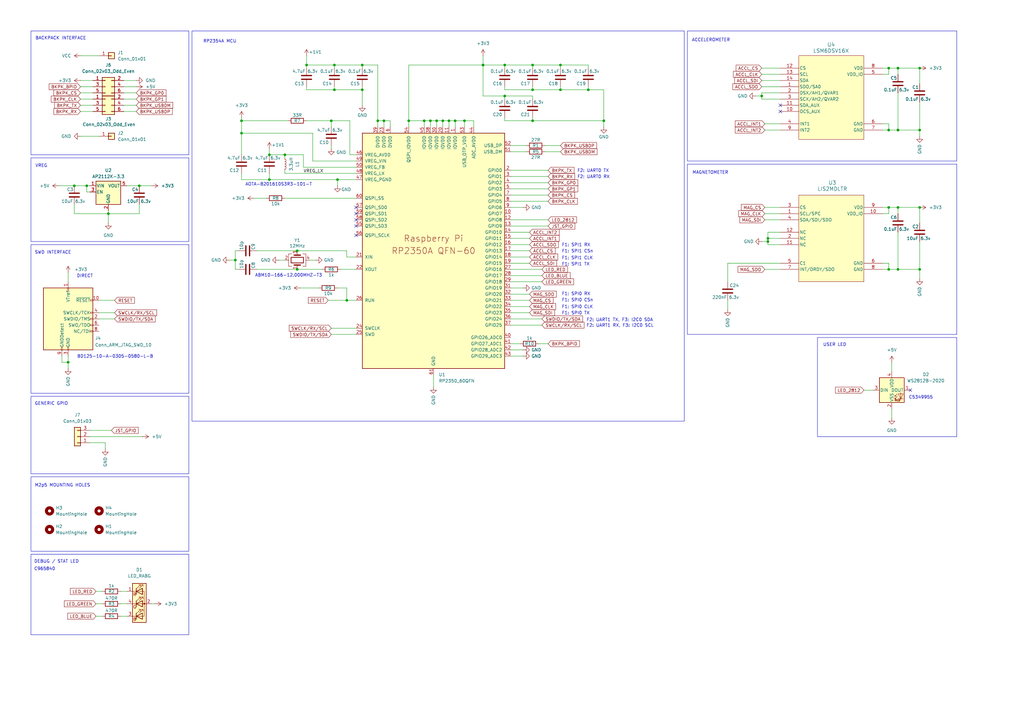
<source format=kicad_sch>
(kicad_sch (version 20250114) (generator "eeschema") (generator_version "9.0")
  (paper "A3")
  (rectangle (start 12.7 162.56) (end 77.47 194.31))
  (rectangle (start 12.7 100.33) (end 77.47 161.29))
  (rectangle (start 281.94 67.31) (end 392.43 137.16))
  (rectangle (start 12.7 227.33) (end 77.47 260.35))
  (rectangle (start 78.74 12.7) (end 280.67 172.72))
  (rectangle (start 12.7 195.58) (end 77.47 226.06))
  (rectangle (start 12.7 12.7) (end 77.47 63.5))
  (rectangle (start 335.28 138.43) (end 392.43 179.07))
  (rectangle (start 281.94 12.7) (end 392.43 66.04))
  (rectangle (start 12.7 64.77) (end 77.47 99.06))
  (text "C965840" (at 13.97 233.426 0) (effects (font (size 1.27 1.27)) (justify left)))
  (text "F1: SPI0 CSn" (at 230.378 123.19 0) (effects (font (size 1.27 1.27)) (justify left)))
  (text "RP2354A MCU" (at 83.312 17.018 0) (effects (font (size 1.27 1.27)) (justify left)))
  (text "C5349955" (at 377.698 163.068 0) (effects (font (size 1.27 1.27))))
  (text "M2p5 MOUNTING HOLES" (at 14.224 199.136 0) (effects (font (size 1.27 1.27)) (justify left)))
  (text "F2: UART1 RX, F3: I2C0 SCL" (at 240.538 133.604 0) (effects (font (size 1.27 1.27)) (justify left)))
  (text "F1: SPI1 CSn" (at 230.378 103.124 0) (effects (font (size 1.27 1.27)) (justify left)))
  (text "BD125-10-A-0305-0580-L-B" (at 47.244 146.304 0) (effects (font (size 1.27 1.27))))
  (text "GENERIC GPIO" (at 14.224 165.608 0) (effects (font (size 1.27 1.27)) (justify left)))
  (text "USER LED" (at 337.566 141.478 0) (effects (font (size 1.27 1.27)) (justify left)))
  (text "MAGNETOMETER" (at 283.972 70.866 0) (effects (font (size 1.27 1.27)) (justify left)))
  (text "F1: SPI1 TX" (at 230.378 108.458 0) (effects (font (size 1.27 1.27)) (justify left)))
  (text "DIRECT" (at 34.798 113.284 0) (effects (font (size 1.27 1.27))))
  (text "F1: SPI0 RX" (at 230.378 120.65 0) (effects (font (size 1.27 1.27)) (justify left)))
  (text "VREG" (at 14.478 68.072 0) (effects (font (size 1.27 1.27)) (justify left)))
  (text "F1: SPI0 CLK" (at 230.378 125.984 0) (effects (font (size 1.27 1.27)) (justify left)))
  (text "DEBUG / STAT LED" (at 13.97 230.378 0) (effects (font (size 1.27 1.27)) (justify left)))
  (text "F1: SPI1 RX" (at 230.378 100.584 0) (effects (font (size 1.27 1.27)) (justify left)))
  (text "F2: UART0 RX" (at 236.728 72.644 0) (effects (font (size 1.27 1.27)) (justify left)))
  (text "SWD INTERFACE" (at 14.224 103.632 0) (effects (font (size 1.27 1.27)) (justify left)))
  (text "F2: UART0 TX" (at 236.728 70.104 0) (effects (font (size 1.27 1.27)) (justify left)))
  (text "F1: SPI0 TX" (at 230.378 128.524 0) (effects (font (size 1.27 1.27)) (justify left)))
  (text "BACKPACK INTERFACE" (at 14.478 15.748 0) (effects (font (size 1.27 1.27)) (justify left)))
  (text "F1: SPI1 CLK" (at 230.378 105.918 0) (effects (font (size 1.27 1.27)) (justify left)))
  (text "ABM10-166-12.000MHZ-T3" (at 118.364 113.03 0) (effects (font (size 1.27 1.27))))
  (text "AOTA-B201610S3R3-101-T" (at 114.3 75.692 0) (effects (font (size 1.27 1.27))))
  (text "F2: UART1 TX, F3: I2C0 SDA" (at 240.538 131.318 0) (effects (font (size 1.27 1.27)) (justify left)))
  (text "ACCELEROMETER" (at 283.718 16.51 0) (effects (font (size 1.27 1.27)) (justify left)))
  (junction (at 157.48 49.53))
  (junction (at 368.3 85.09))
  (junction (at 44.45 87.63))
  (junction (at 142.24 123.19))
  (junction (at 116.84 63.5))
  (junction (at 148.59 36.83))
  (junction (at 148.59 26.67))
  (junction (at 96.52 106.68))
  (junction (at 137.16 36.83))
  (junction (at 176.53 49.53))
  (junction (at 218.44 26.67))
  (junction (at 137.16 26.67))
  (junction (at 167.64 49.53))
  (junction (at 312.42 39.37))
  (junction (at 368.3 110.49))
  (junction (at 368.3 27.94))
  (junction (at 125.73 26.67))
  (junction (at 35.56 76.2))
  (junction (at 364.49 110.49))
  (junction (at 241.3 36.83))
  (junction (at 377.19 53.34))
  (junction (at 138.43 73.66))
  (junction (at 110.49 63.5))
  (junction (at 27.94 148.59))
  (junction (at 368.3 53.34))
  (junction (at 154.94 49.53))
  (junction (at 121.92 110.49))
  (junction (at 184.15 49.53))
  (junction (at 110.49 73.66))
  (junction (at 190.5 49.53))
  (junction (at 207.01 39.37))
  (junction (at 207.01 26.67))
  (junction (at 377.19 85.09))
  (junction (at 229.87 36.83))
  (junction (at 173.99 49.53))
  (junction (at 377.19 27.94))
  (junction (at 377.19 110.49))
  (junction (at 135.89 49.53))
  (junction (at 99.06 49.53))
  (junction (at 198.12 26.67))
  (junction (at 218.44 49.53))
  (junction (at 218.44 36.83))
  (junction (at 229.87 26.67))
  (junction (at 247.65 49.53))
  (junction (at 121.92 102.87))
  (junction (at 30.48 76.2))
  (junction (at 364.49 85.09))
  (junction (at 364.49 53.34))
  (junction (at 186.69 49.53))
  (junction (at 364.49 27.94))
  (junction (at 57.15 76.2))
  (junction (at 314.96 97.79))
  (junction (at 314.96 99.06))
  (junction (at 179.07 49.53))
  (junction (at 181.61 49.53))
  (junction (at 99.06 54.61))
  (no_connect (at 146.05 96.52))
  (no_connect (at 146.05 87.63))
  (no_connect (at 146.05 85.09))
  (no_connect (at 146.05 90.17))
  (no_connect (at 320.04 43.18))
  (no_connect (at 373.38 160.02))
  (no_connect (at 320.04 45.72))
  (no_connect (at 146.05 92.71))
  (wire (pts (xy 209.55 85.09) (xy 214.63 85.09)))
  (wire (pts (xy 209.55 113.03) (xy 222.25 113.03)))
  (wire (pts (xy 99.06 49.53) (xy 99.06 54.61)))
  (wire (pts (xy 33.02 38.1) (xy 38.1 38.1)))
  (wire (pts (xy 167.64 52.07) (xy 167.64 49.53)))
  (wire (pts (xy 142.24 102.87) (xy 142.24 105.41)))
  (wire (pts (xy 186.69 49.53) (xy 186.69 52.07)))
  (wire (pts (xy 209.55 97.79) (xy 217.17 97.79)))
  (wire (pts (xy 220.98 140.97) (xy 224.79 140.97)))
  (wire (pts (xy 121.92 102.87) (xy 142.24 102.87)))
  (wire (pts (xy 33.02 43.18) (xy 38.1 43.18)))
  (wire (pts (xy 25.4 148.59) (xy 27.94 148.59)))
  (wire (pts (xy 50.8 43.18) (xy 55.88 43.18)))
  (wire (pts (xy 181.61 49.53) (xy 184.15 49.53)))
  (wire (pts (xy 314.96 100.33) (xy 314.96 99.06)))
  (wire (pts (xy 218.44 39.37) (xy 218.44 40.64)))
  (wire (pts (xy 139.7 110.49) (xy 146.05 110.49)))
  (wire (pts (xy 209.55 105.41) (xy 217.17 105.41)))
  (wire (pts (xy 99.06 71.12) (xy 99.06 73.66)))
  (wire (pts (xy 184.15 49.53) (xy 186.69 49.53)))
  (wire (pts (xy 24.13 76.2) (xy 30.48 76.2)))
  (wire (pts (xy 116.84 81.28) (xy 146.05 81.28)))
  (wire (pts (xy 314.96 95.25) (xy 314.96 97.79)))
  (wire (pts (xy 44.45 86.36) (xy 44.45 87.63)))
  (wire (pts (xy 110.49 71.12) (xy 110.49 73.66)))
  (wire (pts (xy 57.15 87.63) (xy 44.45 87.63)))
  (wire (pts (xy 218.44 48.26) (xy 218.44 49.53)))
  (wire (pts (xy 218.44 49.53) (xy 247.65 49.53)))
  (wire (pts (xy 27.94 146.05) (xy 27.94 148.59)))
  (wire (pts (xy 104.14 81.28) (xy 109.22 81.28)))
  (wire (pts (xy 160.02 49.53) (xy 157.48 49.53)))
  (wire (pts (xy 110.49 63.5) (xy 116.84 63.5)))
  (wire (pts (xy 377.19 85.09) (xy 377.19 91.44)))
  (wire (pts (xy 181.61 49.53) (xy 181.61 52.07)))
  (wire (pts (xy 314.96 97.79) (xy 314.96 99.06)))
  (wire (pts (xy 128.27 66.04) (xy 128.27 54.61)))
  (wire (pts (xy 135.89 134.62) (xy 146.05 134.62)))
  (wire (pts (xy 312.42 33.02) (xy 320.04 33.02)))
  (wire (pts (xy 167.64 49.53) (xy 173.99 49.53)))
  (wire (pts (xy 209.55 133.35) (xy 222.25 133.35)))
  (wire (pts (xy 134.62 123.19) (xy 142.24 123.19)))
  (wire (pts (xy 36.83 176.53) (xy 45.72 176.53)))
  (wire (pts (xy 365.76 167.64) (xy 365.76 171.45)))
  (wire (pts (xy 114.3 106.68) (xy 116.84 106.68)))
  (wire (pts (xy 157.48 49.53) (xy 154.94 49.53)))
  (wire (pts (xy 312.42 27.94) (xy 320.04 27.94)))
  (wire (pts (xy 241.3 27.94) (xy 241.3 26.67)))
  (wire (pts (xy 361.95 53.34) (xy 364.49 53.34)))
  (wire (pts (xy 241.3 35.56) (xy 241.3 36.83)))
  (wire (pts (xy 207.01 26.67) (xy 207.01 27.94)))
  (wire (pts (xy 364.49 85.09) (xy 368.3 85.09)))
  (wire (pts (xy 33.02 45.72) (xy 38.1 45.72)))
  (wire (pts (xy 361.95 110.49) (xy 364.49 110.49)))
  (wire (pts (xy 229.87 36.83) (xy 218.44 36.83)))
  (wire (pts (xy 361.95 50.8) (xy 364.49 50.8)))
  (wire (pts (xy 218.44 49.53) (xy 207.01 49.53)))
  (wire (pts (xy 173.99 49.53) (xy 176.53 49.53)))
  (wire (pts (xy 57.15 83.82) (xy 57.15 87.63)))
  (wire (pts (xy 97.79 110.49) (xy 96.52 110.49)))
  (wire (pts (xy 298.45 107.95) (xy 320.04 107.95)))
  (wire (pts (xy 96.52 106.68) (xy 93.98 106.68)))
  (wire (pts (xy 49.53 247.65) (xy 52.07 247.65)))
  (wire (pts (xy 138.43 73.66) (xy 146.05 73.66)))
  (wire (pts (xy 223.52 62.23) (xy 229.87 62.23)))
  (wire (pts (xy 57.15 76.2) (xy 62.23 76.2)))
  (wire (pts (xy 116.84 63.5) (xy 124.46 63.5)))
  (wire (pts (xy 25.4 146.05) (xy 25.4 148.59)))
  (wire (pts (xy 49.53 242.57) (xy 52.07 242.57)))
  (wire (pts (xy 116.84 63.5) (xy 116.84 64.77)))
  (wire (pts (xy 125.73 35.56) (xy 125.73 36.83)))
  (wire (pts (xy 209.55 115.57) (xy 222.25 115.57)))
  (wire (pts (xy 173.99 49.53) (xy 173.99 52.07)))
  (wire (pts (xy 209.55 95.25) (xy 217.17 95.25)))
  (wire (pts (xy 207.01 39.37) (xy 207.01 40.64)))
  (wire (pts (xy 40.64 130.81) (xy 46.99 130.81)))
  (wire (pts (xy 368.3 85.09) (xy 377.19 85.09)))
  (wire (pts (xy 377.19 110.49) (xy 377.19 114.3)))
  (wire (pts (xy 312.42 38.1) (xy 320.04 38.1)))
  (wire (pts (xy 209.55 62.23) (xy 215.9 62.23)))
  (wire (pts (xy 377.19 41.91) (xy 377.19 53.34)))
  (wire (pts (xy 50.8 33.02) (xy 55.88 33.02)))
  (wire (pts (xy 313.69 110.49) (xy 320.04 110.49)))
  (wire (pts (xy 137.16 27.94) (xy 137.16 26.67)))
  (wire (pts (xy 209.55 146.05) (xy 214.63 146.05)))
  (wire (pts (xy 125.73 36.83) (xy 137.16 36.83)))
  (wire (pts (xy 298.45 123.19) (xy 298.45 127)))
  (wire (pts (xy 179.07 49.53) (xy 179.07 52.07)))
  (wire (pts (xy 209.55 123.19) (xy 217.17 123.19)))
  (wire (pts (xy 209.55 128.27) (xy 217.17 128.27)))
  (wire (pts (xy 209.55 130.81) (xy 222.25 130.81)))
  (wire (pts (xy 209.55 59.69) (xy 215.9 59.69)))
  (wire (pts (xy 377.19 53.34) (xy 377.19 55.88)))
  (wire (pts (xy 209.55 100.33) (xy 217.17 100.33)))
  (wire (pts (xy 313.69 87.63) (xy 320.04 87.63)))
  (wire (pts (xy 33.02 40.64) (xy 38.1 40.64)))
  (wire (pts (xy 209.55 72.39) (xy 224.79 72.39)))
  (wire (pts (xy 154.94 26.67) (xy 154.94 49.53)))
  (wire (pts (xy 320.04 100.33) (xy 314.96 100.33)))
  (wire (pts (xy 135.89 137.16) (xy 146.05 137.16)))
  (wire (pts (xy 241.3 36.83) (xy 229.87 36.83)))
  (wire (pts (xy 209.55 80.01) (xy 224.79 80.01)))
  (wire (pts (xy 218.44 39.37) (xy 207.01 39.37)))
  (wire (pts (xy 157.48 49.53) (xy 157.48 52.07)))
  (wire (pts (xy 96.52 106.68) (xy 96.52 110.49)))
  (wire (pts (xy 110.49 60.96) (xy 110.49 63.5)))
  (wire (pts (xy 142.24 105.41) (xy 146.05 105.41)))
  (wire (pts (xy 105.41 102.87) (xy 121.92 102.87)))
  (wire (pts (xy 368.3 53.34) (xy 377.19 53.34)))
  (wire (pts (xy 49.53 252.73) (xy 52.07 252.73)))
  (wire (pts (xy 368.3 38.1) (xy 368.3 53.34)))
  (wire (pts (xy 97.79 102.87) (xy 96.52 102.87)))
  (wire (pts (xy 229.87 26.67) (xy 218.44 26.67)))
  (wire (pts (xy 320.04 40.64) (xy 312.42 40.64)))
  (wire (pts (xy 320.04 97.79) (xy 314.96 97.79)))
  (wire (pts (xy 377.19 27.94) (xy 377.19 34.29)))
  (wire (pts (xy 194.31 49.53) (xy 194.31 52.07)))
  (wire (pts (xy 247.65 36.83) (xy 241.3 36.83)))
  (wire (pts (xy 209.55 120.65) (xy 217.17 120.65)))
  (wire (pts (xy 364.49 50.8) (xy 364.49 53.34)))
  (wire (pts (xy 176.53 49.53) (xy 176.53 52.07)))
  (wire (pts (xy 137.16 26.67) (xy 125.73 26.67)))
  (wire (pts (xy 313.69 53.34) (xy 320.04 53.34)))
  (wire (pts (xy 124.46 68.58) (xy 124.46 63.5)))
  (wire (pts (xy 354.33 160.02) (xy 358.14 160.02)))
  (wire (pts (xy 314.96 99.06) (xy 312.42 99.06)))
  (wire (pts (xy 198.12 26.67) (xy 207.01 26.67)))
  (wire (pts (xy 198.12 22.86) (xy 198.12 26.67)))
  (wire (pts (xy 364.49 27.94) (xy 368.3 27.94)))
  (wire (pts (xy 209.55 125.73) (xy 217.17 125.73)))
  (wire (pts (xy 148.59 35.56) (xy 148.59 36.83)))
  (wire (pts (xy 143.51 49.53) (xy 143.51 63.5)))
  (wire (pts (xy 135.89 59.69) (xy 135.89 60.96)))
  (wire (pts (xy 125.73 49.53) (xy 135.89 49.53)))
  (wire (pts (xy 186.69 49.53) (xy 190.5 49.53)))
  (wire (pts (xy 209.55 82.55) (xy 224.79 82.55)))
  (wire (pts (xy 229.87 26.67) (xy 229.87 27.94)))
  (wire (pts (xy 298.45 115.57) (xy 298.45 107.95)))
  (wire (pts (xy 368.3 27.94) (xy 368.3 30.48)))
  (wire (pts (xy 138.43 118.11) (xy 142.24 118.11)))
  (wire (pts (xy 33.02 55.88) (xy 40.64 55.88)))
  (wire (pts (xy 99.06 49.53) (xy 118.11 49.53)))
  (wire (pts (xy 143.51 63.5) (xy 146.05 63.5)))
  (wire (pts (xy 364.49 53.34) (xy 368.3 53.34)))
  (wire (pts (xy 135.89 49.53) (xy 143.51 49.53)))
  (wire (pts (xy 148.59 36.83) (xy 148.59 43.18)))
  (wire (pts (xy 105.41 110.49) (xy 121.92 110.49)))
  (wire (pts (xy 116.84 71.12) (xy 146.05 71.12)))
  (wire (pts (xy 209.55 90.17) (xy 224.79 90.17)))
  (wire (pts (xy 36.83 78.74) (xy 35.56 78.74)))
  (wire (pts (xy 36.83 181.61) (xy 43.18 181.61)))
  (wire (pts (xy 209.55 69.85) (xy 224.79 69.85)))
  (wire (pts (xy 27.94 148.59) (xy 27.94 151.13)))
  (wire (pts (xy 312.42 30.48) (xy 320.04 30.48)))
  (wire (pts (xy 167.64 26.67) (xy 167.64 49.53)))
  (wire (pts (xy 35.56 78.74) (xy 35.56 76.2)))
  (wire (pts (xy 50.8 40.64) (xy 55.88 40.64)))
  (wire (pts (xy 40.64 128.27) (xy 46.99 128.27)))
  (wire (pts (xy 361.95 30.48) (xy 364.49 30.48)))
  (wire (pts (xy 209.55 140.97) (xy 213.36 140.97)))
  (wire (pts (xy 209.55 143.51) (xy 214.63 143.51)))
  (wire (pts (xy 50.8 38.1) (xy 55.88 38.1)))
  (wire (pts (xy 247.65 52.07) (xy 247.65 49.53)))
  (wire (pts (xy 39.37 252.73) (xy 41.91 252.73)))
  (wire (pts (xy 125.73 26.67) (xy 125.73 27.94)))
  (wire (pts (xy 313.69 85.09) (xy 320.04 85.09)))
  (wire (pts (xy 148.59 26.67) (xy 154.94 26.67)))
  (wire (pts (xy 176.53 49.53) (xy 179.07 49.53)))
  (wire (pts (xy 33.02 35.56) (xy 38.1 35.56)))
  (wire (pts (xy 135.89 49.53) (xy 135.89 52.07)))
  (wire (pts (xy 218.44 26.67) (xy 207.01 26.67)))
  (wire (pts (xy 179.07 49.53) (xy 181.61 49.53)))
  (wire (pts (xy 320.04 95.25) (xy 314.96 95.25)))
  (wire (pts (xy 190.5 49.53) (xy 190.5 52.07)))
  (wire (pts (xy 218.44 36.83) (xy 207.01 36.83)))
  (wire (pts (xy 312.42 38.1) (xy 312.42 39.37)))
  (wire (pts (xy 377.19 99.06) (xy 377.19 110.49)))
  (wire (pts (xy 40.64 123.19) (xy 46.99 123.19)))
  (wire (pts (xy 99.06 54.61) (xy 128.27 54.61)))
  (wire (pts (xy 364.49 110.49) (xy 368.3 110.49)))
  (wire (pts (xy 209.55 110.49) (xy 222.25 110.49)))
  (wire (pts (xy 116.84 71.12) (xy 116.84 69.85)))
  (wire (pts (xy 127 106.68) (xy 129.54 106.68)))
  (wire (pts (xy 368.3 27.94) (xy 377.19 27.94)))
  (wire (pts (xy 33.02 33.02) (xy 38.1 33.02)))
  (wire (pts (xy 142.24 123.19) (xy 146.05 123.19)))
  (wire (pts (xy 184.15 49.53) (xy 184.15 52.07)))
  (wire (pts (xy 312.42 40.64) (xy 312.42 39.37)))
  (wire (pts (xy 33.02 22.86) (xy 40.64 22.86)))
  (wire (pts (xy 364.49 107.95) (xy 364.49 110.49)))
  (wire (pts (xy 198.12 26.67) (xy 198.12 39.37)))
  (wire (pts (xy 121.92 110.49) (xy 132.08 110.49)))
  (wire (pts (xy 137.16 36.83) (xy 148.59 36.83)))
  (wire (pts (xy 241.3 26.67) (xy 229.87 26.67)))
  (wire (pts (xy 52.07 76.2) (xy 57.15 76.2)))
  (wire (pts (xy 364.49 30.48) (xy 364.49 27.94)))
  (wire (pts (xy 207.01 49.53) (xy 207.01 48.26)))
  (wire (pts (xy 96.52 102.87) (xy 96.52 106.68)))
  (wire (pts (xy 368.3 95.25) (xy 368.3 110.49)))
  (wire (pts (xy 167.64 26.67) (xy 198.12 26.67)))
  (wire (pts (xy 36.83 179.07) (xy 58.42 179.07)))
  (wire (pts (xy 209.55 74.93) (xy 224.79 74.93)))
  (wire (pts (xy 35.56 76.2) (xy 36.83 76.2)))
  (wire (pts (xy 361.95 27.94) (xy 364.49 27.94)))
  (wire (pts (xy 137.16 35.56) (xy 137.16 36.83)))
  (wire (pts (xy 123.19 118.11) (xy 130.81 118.11)))
  (wire (pts (xy 44.45 87.63) (xy 44.45 91.44)))
  (wire (pts (xy 146.05 66.04) (xy 128.27 66.04)))
  (wire (pts (xy 229.87 35.56) (xy 229.87 36.83)))
  (wire (pts (xy 30.48 83.82) (xy 30.48 87.63)))
  (wire (pts (xy 198.12 39.37) (xy 207.01 39.37)))
  (wire (pts (xy 312.42 35.56) (xy 320.04 35.56)))
  (wire (pts (xy 39.37 242.57) (xy 41.91 242.57)))
  (wire (pts (xy 247.65 49.53) (xy 247.65 36.83)))
  (wire (pts (xy 99.06 73.66) (xy 110.49 73.66)))
  (wire (pts (xy 364.49 87.63) (xy 364.49 85.09)))
  (wire (pts (xy 309.88 39.37) (xy 312.42 39.37)))
  (wire (pts (xy 148.59 27.94) (xy 148.59 26.67)))
  (wire (pts (xy 218.44 35.56) (xy 218.44 36.83)))
  (wire (pts (xy 99.06 54.61) (xy 99.06 63.5)))
  (wire (pts (xy 43.18 181.61) (xy 43.18 184.15)))
  (wire (pts (xy 30.48 87.63) (xy 44.45 87.63)))
  (wire (pts (xy 368.3 110.49) (xy 377.19 110.49)))
  (wire (pts (xy 177.8 153.67) (xy 177.8 158.75)))
  (wire (pts (xy 30.48 76.2) (xy 35.56 76.2)))
  (wire (pts (xy 223.52 59.69) (xy 229.87 59.69)))
  (wire (pts (xy 39.37 247.65) (xy 41.91 247.65)))
  (wire (pts (xy 160.02 52.07) (xy 160.02 49.53)))
  (wire (pts (xy 209.55 92.71) (xy 224.79 92.71)))
  (wire (pts (xy 207.01 35.56) (xy 207.01 36.83)))
  (wire (pts (xy 209.55 107.95) (xy 217.17 107.95)))
  (wire (pts (xy 154.94 49.53) (xy 154.94 52.07)))
  (wire (pts (xy 125.73 22.86) (xy 125.73 26.67)))
  (wire (pts (xy 361.95 87.63) (xy 364.49 87.63)))
  (wire (pts (xy 368.3 85.09) (xy 368.3 87.63)))
  (wire (pts (xy 313.69 90.17) (xy 320.04 90.17)))
  (wire (pts (xy 148.59 26.67) (xy 137.16 26.67)))
  (wire (pts (xy 110.49 73.66) (xy 138.43 73.66)))
  (wire (pts (xy 99.06 48.26) (xy 99.06 49.53)))
  (wire (pts (xy 142.24 118.11) (xy 142.24 123.19)))
  (wire (pts (xy 361.95 107.95) (xy 364.49 107.95)))
  (wire (pts (xy 209.55 77.47) (xy 224.79 77.47)))
  (wire (pts (xy 62.23 247.65) (xy 63.5 247.65)))
  (wire (pts (xy 50.8 35.56) (xy 55.88 35.56)))
  (wire (pts (xy 27.94 111.76) (xy 27.94 115.57)))
  (wire (pts (xy 138.43 73.66) (xy 138.43 76.2)))
  (wire (pts (xy 313.69 50.8) (xy 320.04 50.8)))
  (wire (pts (xy 50.8 45.72) (xy 55.88 45.72)))
  (wire (pts (xy 209.55 102.87) (xy 217.17 102.87)))
  (wire (pts (xy 209.55 118.11) (xy 214.63 118.11)))
  (wire (pts (xy 146.05 68.58) (xy 124.46 68.58)))
  (wire (pts (xy 365.76 148.59) (xy 365.76 152.4)))
  (wire (pts (xy 218.44 26.67) (xy 218.44 27.94)))
  (wire (pts (xy 190.5 49.53) (xy 194.31 49.53)))
  (wire (pts (xy 361.95 85.09) (xy 364.49 85.09)))
  (label "VREG_LX" (at 124.46 71.12 0))
  (global_label "BKPK_TX" (shape input) (at 33.02 43.18 180) (property "Intersheetrefs" "${INTERSHEET_REFS}" (effects (hide yes))))
  (global_label "MAG_CLK" (shape input) (at 217.17 125.73 0) (property "Intersheetrefs" "${INTERSHEET_REFS}" (effects (hide yes))))
  (global_label "MAG_CLK" (shape input) (at 313.69 87.63 180) (property "Intersheetrefs" "${INTERSHEET_REFS}" (effects (hide yes))))
  (global_label "BKPK_TX" (shape input) (at 224.79 69.85 0) (property "Intersheetrefs" "${INTERSHEET_REFS}" (effects (hide yes))))
  (global_label "BKPK_CLK" (shape input) (at 224.79 82.55 0) (property "Intersheetrefs" "${INTERSHEET_REFS}" (effects (hide yes))))
  (global_label "JST_GPIO" (shape input) (at 45.72 176.53 0) (property "Intersheetrefs" "${INTERSHEET_REFS}" (effects (hide yes))))
  (global_label "MAG_SDI" (shape input) (at 217.17 128.27 0) (property "Intersheetrefs" "${INTERSHEET_REFS}" (effects (hide yes))))
  (global_label "BKPK_USBDM" (shape input) (at 229.87 62.23 0) (property "Intersheetrefs" "${INTERSHEET_REFS}" (effects (hide yes))))
  (global_label "ACCL_INT1" (shape input) (at 313.69 50.8 180) (property "Intersheetrefs" "${INTERSHEET_REFS}" (effects (hide yes))))
  (global_label "SWCLK{slash}RX{slash}SCL" (shape input) (at 46.99 128.27 0) (property "Intersheetrefs" "${INTERSHEET_REFS}" (effects (hide yes))))
  (global_label "ACCL_INT2" (shape input) (at 313.69 53.34 180) (property "Intersheetrefs" "${INTERSHEET_REFS}" (effects (hide yes))))
  (global_label "LED_RED" (shape input) (at 39.37 242.57 180) (property "Intersheetrefs" "${INTERSHEET_REFS}" (effects (hide yes))))
  (global_label "MAG_SDO" (shape input) (at 313.69 110.49 180) (property "Intersheetrefs" "${INTERSHEET_REFS}" (effects (hide yes))))
  (global_label "ACCL_CS" (shape input) (at 312.42 27.94 180) (property "Intersheetrefs" "${INTERSHEET_REFS}" (effects (hide yes))))
  (global_label "ACCL_CLK" (shape input) (at 312.42 30.48 180) (property "Intersheetrefs" "${INTERSHEET_REFS}" (effects (hide yes))))
  (global_label "LED_BLUE" (shape input) (at 222.25 113.03 0) (property "Intersheetrefs" "${INTERSHEET_REFS}" (effects (hide yes))))
  (global_label "ACCL_SDI" (shape input) (at 312.42 33.02 180) (property "Intersheetrefs" "${INTERSHEET_REFS}" (effects (hide yes))))
  (global_label "BKPK_GP0" (shape input) (at 224.79 74.93 0) (property "Intersheetrefs" "${INTERSHEET_REFS}" (effects (hide yes))))
  (global_label "BKPK_USBDP" (shape input) (at 229.87 59.69 0) (property "Intersheetrefs" "${INTERSHEET_REFS}" (effects (hide yes))))
  (global_label "ACCL_SDO" (shape input) (at 217.17 100.33 0) (property "Intersheetrefs" "${INTERSHEET_REFS}" (effects (hide yes))))
  (global_label "ACCL_INT2" (shape input) (at 217.17 95.25 0) (property "Intersheetrefs" "${INTERSHEET_REFS}" (effects (hide yes))))
  (global_label "ACCL_INT1" (shape input) (at 217.17 97.79 0) (property "Intersheetrefs" "${INTERSHEET_REFS}" (effects (hide yes))))
  (global_label "BKPK_RX" (shape input) (at 224.79 72.39 0) (property "Intersheetrefs" "${INTERSHEET_REFS}" (effects (hide yes))))
  (global_label "LED_RED" (shape input) (at 222.25 110.49 0) (property "Intersheetrefs" "${INTERSHEET_REFS}" (effects (hide yes))))
  (global_label "SWCLK{slash}RX{slash}SCL" (shape input) (at 135.89 134.62 180) (property "Intersheetrefs" "${INTERSHEET_REFS}" (effects (hide yes))))
  (global_label "RESET" (shape input) (at 46.99 123.19 0) (property "Intersheetrefs" "${INTERSHEET_REFS}" (effects (hide yes))))
  (global_label "SWDIO{slash}TX{slash}SDA" (shape input) (at 222.25 130.81 0) (property "Intersheetrefs" "${INTERSHEET_REFS}" (effects (hide yes))))
  (global_label "LED_GREEN" (shape input) (at 39.37 247.65 180) (property "Intersheetrefs" "${INTERSHEET_REFS}" (effects (hide yes))))
  (global_label "ACCL_SDO" (shape input) (at 312.42 35.56 180) (property "Intersheetrefs" "${INTERSHEET_REFS}" (effects (hide yes))))
  (global_label "LED_GREEN" (shape input) (at 222.25 115.57 0) (property "Intersheetrefs" "${INTERSHEET_REFS}" (effects (hide yes))))
  (global_label "SWDIO{slash}TX{slash}SDA" (shape input) (at 135.89 137.16 180) (property "Intersheetrefs" "${INTERSHEET_REFS}" (effects (hide yes))))
  (global_label "ACCL_CS" (shape input) (at 217.17 102.87 0) (property "Intersheetrefs" "${INTERSHEET_REFS}" (effects (hide yes))))
  (global_label "BKPK_CLK" (shape input) (at 33.02 40.64 180) (property "Intersheetrefs" "${INTERSHEET_REFS}" (effects (hide yes))))
  (global_label "RESET" (shape input) (at 134.62 123.19 180) (property "Intersheetrefs" "${INTERSHEET_REFS}" (effects (hide yes))))
  (global_label "MAG_SDI" (shape input) (at 313.69 90.17 180) (property "Intersheetrefs" "${INTERSHEET_REFS}" (effects (hide yes))))
  (global_label "BKPK_GP1" (shape input) (at 55.88 40.64 0) (property "Intersheetrefs" "${INTERSHEET_REFS}" (effects (hide yes))))
  (global_label "LED_2812" (shape input) (at 224.79 90.17 0) (property "Intersheetrefs" "${INTERSHEET_REFS}" (effects (hide yes))))
  (global_label "MAG_SDO" (shape input) (at 217.17 120.65 0) (property "Intersheetrefs" "${INTERSHEET_REFS}" (effects (hide yes))))
  (global_label "MAG_CS" (shape input) (at 217.17 123.19 0) (property "Intersheetrefs" "${INTERSHEET_REFS}" (effects (hide yes))))
  (global_label "BKPK_CS" (shape input) (at 33.02 38.1 180) (property "Intersheetrefs" "${INTERSHEET_REFS}" (effects (hide yes))))
  (global_label "ACCL_SDI" (shape input) (at 217.17 107.95 0) (property "Intersheetrefs" "${INTERSHEET_REFS}" (effects (hide yes))))
  (global_label "BKPK_BPID" (shape input) (at 224.79 140.97 0) (property "Intersheetrefs" "${INTERSHEET_REFS}" (effects (hide yes))))
  (global_label "JST_GPIO" (shape input) (at 224.79 92.71 0) (property "Intersheetrefs" "${INTERSHEET_REFS}" (effects (hide yes))))
  (global_label "BKPK_GP0" (shape input) (at 55.88 38.1 0) (property "Intersheetrefs" "${INTERSHEET_REFS}" (effects (hide yes))))
  (global_label "BKPK_RX" (shape input) (at 33.02 45.72 180) (property "Intersheetrefs" "${INTERSHEET_REFS}" (effects (hide yes))))
  (global_label "LED_BLUE" (shape input) (at 39.37 252.73 180) (property "Intersheetrefs" "${INTERSHEET_REFS}" (effects (hide yes))))
  (global_label "BKPK_CS" (shape input) (at 224.79 80.01 0) (property "Intersheetrefs" "${INTERSHEET_REFS}" (effects (hide yes))))
  (global_label "ACCL_CLK" (shape input) (at 217.17 105.41 0) (property "Intersheetrefs" "${INTERSHEET_REFS}" (effects (hide yes))))
  (global_label "BKPK_USBDM" (shape input) (at 55.88 43.18 0) (property "Intersheetrefs" "${INTERSHEET_REFS}" (effects (hide yes))))
  (global_label "LED_2812" (shape input) (at 354.33 160.02 180) (property "Intersheetrefs" "${INTERSHEET_REFS}" (effects (hide yes))))
  (global_label "BKPK_GP1" (shape input) (at 224.79 77.47 0) (property "Intersheetrefs" "${INTERSHEET_REFS}" (effects (hide yes))))
  (global_label "SWDIO{slash}TX{slash}SDA" (shape input) (at 46.99 130.81 0) (property "Intersheetrefs" "${INTERSHEET_REFS}" (effects (hide yes))))
  (global_label "BKPK_BPID" (shape input) (at 33.02 35.56 180) (property "Intersheetrefs" "${INTERSHEET_REFS}" (effects (hide yes))))
  (global_label "BKPK_USBDP" (shape input) (at 55.88 45.72 0) (property "Intersheetrefs" "${INTERSHEET_REFS}" (effects (hide yes))))
  (global_label "SWCLK{slash}RX{slash}SCL" (shape input) (at 222.25 133.35 0) (property "Intersheetrefs" "${INTERSHEET_REFS}" (effects (hide yes))))
  (global_label "MAG_CS" (shape input) (at 313.69 85.09 180) (property "Intersheetrefs" "${INTERSHEET_REFS}" (effects (hide yes))))
  (symbol (lib_id "power:+3V3") (at 123.19 118.11 90) (unit 1)
    (property "Reference" "#PWR036" (effects (hide yes)))
    (property "Value" "+3V3" (at 119.38 118.1099 90) (effects (justify left)))
    (property "Description" "Power symbol creates a global label with name \"+3V3\"" (effects (hide yes)))
  )
  (symbol (lib_id "power:GND") (at 365.76 171.45 0) (unit 1)
    (property "Reference" "#PWR020" (effects (hide yes)))
    (property "Value" "GND" (at 365.76 176.53 0))
    (property "Description" "Power symbol creates a global label with name \"GND\" , ground" (effects (hide yes)))
  )
  (symbol (lib_id "Mechanical:MountingHole") (at 20.32 217.17 0) (unit 1) (exclude_from_sim yes) (in_bom no)
    (property "Reference" "H2" (at 22.86 215.8999 0) (effects (justify left)))
    (property "Value" "MountingHole" (at 22.86 218.4399 0) (effects (justify left)))
    (property "Footprint" "Connector_Jake:MountingHole_M2.5_Corner" (effects (hide yes)))
    (property "Description" "Mounting Hole without connection" (effects (hide yes)))
  )
  (symbol (lib_id "Device:C") (at 30.48 80.01 0) (unit 1)
    (property "Reference" "C3" (at 27.432 77.724 0) (effects (justify left)))
    (property "Value" "10uF 6.3v" (at 25.146 82.55 0) (effects (justify left)))
    (property "Footprint" "Capacitor_SMD:C_0402_1005Metric" (effects (hide yes)))
    (property "Description" "Unpolarized capacitor" (effects (hide yes)))
    (property "MPN" "MSASJ105CB5106MFNQ1D" (effects (hide yes)))
  )
  (symbol (lib_id "Device:R") (at 113.03 81.28 90) (unit 1)
    (property "Reference" "R8" (at 113.03 81.28 90))
    (property "Value" "10k" (at 113.03 83.566 90))
    (property "Footprint" "Resistor_SMD:R_0402_1005Metric" (effects (hide yes)))
    (property "Description" "Resistor" (effects (hide yes)))
    (property "MPN" "RC0402FR-0710KL" (effects (hide yes)))
  )
  (symbol (lib_id "power:+3V3") (at 33.02 33.02 90) (unit 1)
    (property "Reference" "#PWR03" (effects (hide yes)))
    (property "Value" "+3V3" (at 29.21 33.0199 90) (effects (justify left)))
    (property "Description" "Power symbol creates a global label with name \"+3V3\"" (effects (hide yes)))
  )
  (symbol (lib_id "power:+5V") (at 24.13 76.2 90) (unit 1)
    (property "Reference" "#PWR012" (effects (hide yes)))
    (property "Value" "+5V" (at 20.32 76.1999 90) (effects (justify left)))
    (property "Description" "Power symbol creates a global label with name \"+5V\"" (effects (hide yes)))
  )
  (symbol (lib_id "power:GND") (at 33.02 55.88 270) (unit 1)
    (property "Reference" "#PWR01" (effects (hide yes)))
    (property "Value" "GND" (at 29.21 55.8799 90) (effects (justify right)))
    (property "Description" "Power symbol creates a global label with name \"GND\" , ground" (effects (hide yes)))
  )
  (symbol (lib_id "Device:L_Small") (at 116.84 67.31 0) (unit 1)
    (property "Reference" "L1" (at 121.92 67.31 90))
    (property "Value" "3.3uH" (at 119.38 67.31 90))
    (property "Footprint" "Device_Jake:L_pol_2016" (effects (hide yes)))
    (property "Description" "Inductor, small symbol" (effects (hide yes)))
    (property "Digikey Part #" "AOTA-B201610S3R3-101-T" (effects (hide yes)))
    (property "LCSC Part #" "C42411119" (effects (hide yes)))
    (property "Link" "https://www.lcsc.com/product-detail/C42411119.html" (effects (hide yes)))
    (property "MPN" "AOTA-B201610S3R3-101-T" (effects (hide yes)))
  )
  (symbol (lib_id "Device:C") (at 148.59 31.75 180) (unit 1)
    (property "Reference" "C15" (at 147.574 34.29 0) (effects (justify left)))
    (property "Value" "0.1uF 6.3v" (at 153.162 29.21 0) (effects (justify left)))
    (property "Footprint" "Capacitor_SMD:C_0402_1005Metric" (effects (hide yes)))
    (property "Description" "Unpolarized capacitor" (effects (hide yes)))
    (property "MPN" "CC0402KRX7R5BB104" (effects (hide yes)))
  )
  (symbol (lib_id "Device:C") (at 241.3 31.75 180) (unit 1)
    (property "Reference" "C19" (at 240.284 34.29 0) (effects (justify left)))
    (property "Value" "0.1uF 6.3v" (at 245.872 29.21 0) (effects (justify left)))
    (property "Footprint" "Capacitor_SMD:C_0402_1005Metric" (effects (hide yes)))
    (property "Description" "Unpolarized capacitor" (effects (hide yes)))
    (property "MPN" "CC0402KRX7R5BB104" (effects (hide yes)))
  )
  (symbol (lib_id "Device:C") (at 110.49 67.31 180) (unit 1)
    (property "Reference" "C11" (at 109.474 69.85 0) (effects (justify left)))
    (property "Value" "4.7uF 6.3v" (at 115.062 64.77 0) (effects (justify left)))
    (property "Footprint" "Capacitor_SMD:C_0402_1005Metric" (effects (hide yes)))
    (property "Description" "Unpolarized capacitor" (effects (hide yes)))
    (property "MPN" "CC0402MRX5R5BB475" (effects (hide yes)))
  )
  (symbol (lib_id "power:GND") (at 93.98 106.68 270) (unit 1)
    (property "Reference" "#PWR017" (effects (hide yes)))
    (property "Value" "GND" (at 88.646 106.68 90))
    (property "Description" "Power symbol creates a global label with name \"GND\" , ground" (effects (hide yes)))
  )
  (symbol (lib_id "power:+5V") (at 58.42 179.07 270) (unit 1)
    (property "Reference" "#PWR016" (effects (hide yes)))
    (property "Value" "+5V" (at 62.23 179.0699 90) (effects (justify left)))
    (property "Description" "Power symbol creates a global label with name \"+5V\"" (effects (hide yes)))
  )
  (symbol (lib_id "IC_Jake:LSM6DSV16X") (at 320.04 27.94 0) (unit 1)
    (property "Reference" "U4" (at 340.868 18.288 0) (effects (font (size 1.524 1.524))))
    (property "Value" "LSM6DSV16X" (at 340.868 20.828 0) (effects (font (size 1.524 1.524))))
    (property "Footprint" "Device_Jake:LGA14_LSM6_STM" (effects (hide yes)))
    (property "Datasheet" "LSM6DSV16X" (effects (hide yes)))
    (property "Digikey Part #" "LSM6DSV16XTR" (effects (hide yes)))
    (property "LCSC Part #" "C5267406" (effects (hide yes)))
    (property "Link" "https://www.lcsc.com/product-detail/C5267406.html" (effects (hide yes)))
    (property "MPN" "LSM6DSV16XTR" (effects (hide yes)))
  )
  (symbol (lib_id "power:+3V3") (at 377.19 27.94 270) (unit 1)
    (property "Reference" "#PWR07" (effects (hide yes)))
    (property "Value" "+3V3" (at 381 27.9399 90) (effects (justify left)))
    (property "Description" "Power symbol creates a global label with name \"+3V3\"" (effects (hide yes)))
  )
  (symbol (lib_id "Mechanical:MountingHole") (at 40.64 217.17 0) (unit 1) (exclude_from_sim yes) (in_bom no)
    (property "Reference" "H1" (at 43.18 215.8999 0) (effects (justify left)))
    (property "Value" "MountingHole" (at 43.18 218.4399 0) (effects (justify left)))
    (property "Footprint" "Connector_Jake:MountingHole_M2.5_Corner" (effects (hide yes)))
    (property "Description" "Mounting Hole without connection" (effects (hide yes)))
  )
  (symbol (lib_id "Connector_Generic:Conn_02x03_Odd_Even") (at 43.18 43.18 0) (unit 1) (in_bom no)
    (property "Reference" "J3" (at 44.45 48.768 0))
    (property "Value" "Conn_02x03_Odd_Even" (at 44.704 51.054 0))
    (property "Footprint" "Connector_Jake:SpringTarget_2x03_Molex_0788641001" (effects (hide yes)))
    (property "Description" "Generic connector, double row, 02x03, odd/even pin numbering scheme (row 1 odd numbers, row 2 even numbers), script generated (kicad-library-utils/schlib/autogen/connector/)" (effects (hide yes)))
    (property "LCSC Part #" "DNP" (effects (hide yes)))
    (property "Digikey Part #" "DNP" (effects (hide yes)))
  )
  (symbol (lib_id "power:GND") (at 148.59 43.18 0) (unit 1)
    (property "Reference" "#PWR032" (effects (hide yes)))
    (property "Value" "GND" (at 148.59 47.244 0))
    (property "Description" "Power symbol creates a global label with name \"GND\" , ground" (effects (hide yes)))
  )
  (symbol (lib_id "Device:C") (at 368.3 91.44 0) (unit 1)
    (property "Reference" "C6" (at 365.252 89.154 0) (effects (justify left)))
    (property "Value" "0.1uF 6.3v" (at 362.458 93.98 0) (effects (justify left)))
    (property "Footprint" "Capacitor_SMD:C_0402_1005Metric" (effects (hide yes)))
    (property "Description" "Unpolarized capacitor" (effects (hide yes)))
    (property "MPN" "CC0402KRX7R5BB104" (effects (hide yes)))
  )
  (symbol (lib_id "power:GND") (at 44.45 91.44 0) (unit 1)
    (property "Reference" "#PWR011" (effects (hide yes)))
    (property "Value" "GND" (at 44.45 96.52 0))
    (property "Description" "Power symbol creates a global label with name \"GND\" , ground" (effects (hide yes)))
  )
  (symbol (lib_id "Device:LED_RABG") (at 57.15 247.65 0) (unit 1)
    (property "Reference" "D1" (at 57.15 233.68 0))
    (property "Value" "LED_RABG" (at 57.15 236.22 0))
    (property "Footprint" "LED_Jake:LED_RGB_1615" (effects (hide yes)))
    (property "Description" "RGB LED, red/anode/blue/green" (effects (hide yes)))
    (property "LCSC Part #" "C965840" (effects (hide yes)))
    (property "Link" "https://www.lcsc.com/product-detail/C965840.html" (effects (hide yes)))
    (property "MPN" "XL-1615RGBC-RF" (effects (hide yes)))
  )
  (symbol (lib_id "power:GND") (at 298.45 127 0) (unit 1)
    (property "Reference" "#PWR037" (effects (hide yes)))
    (property "Value" "GND" (at 298.45 132.334 90))
    (property "Description" "Power symbol creates a global label with name \"GND\" , ground" (effects (hide yes)))
  )
  (symbol (lib_id "Device:R") (at 219.71 62.23 90) (unit 1)
    (property "Reference" "R5" (at 219.71 62.23 90))
    (property "Value" "27R" (at 219.71 64.516 90))
    (property "Footprint" "Resistor_SMD:R_0402_1005Metric" (effects (hide yes)))
    (property "Description" "Resistor" (effects (hide yes)))
    (property "MPN" "RC0402FR-0727RL" (effects (hide yes)))
  )
  (symbol (lib_id "power:GND") (at 138.43 76.2 0) (unit 1)
    (property "Reference" "#PWR018" (effects (hide yes)))
    (property "Value" "GND" (at 141.986 77.724 0))
    (property "Description" "Power symbol creates a global label with name \"GND\" , ground" (effects (hide yes)))
  )
  (symbol (lib_id "Device:C") (at 99.06 67.31 180) (unit 1)
    (property "Reference" "C12" (at 98.044 69.85 0) (effects (justify left)))
    (property "Value" "4.7uF 6.3v" (at 103.632 64.77 0) (effects (justify left)))
    (property "Footprint" "Capacitor_SMD:C_0402_1005Metric" (effects (hide yes)))
    (property "Description" "Unpolarized capacitor" (effects (hide yes)))
    (property "MPN" "CC0402MRX5R5BB475" (effects (hide yes)))
  )
  (symbol (lib_id "Connector_Generic:Conn_01x01") (at 45.72 55.88 0) (unit 1)
    (property "Reference" "J2" (at 48.26 54.6099 0) (effects (justify left)))
    (property "Value" "Conn_01x01" (at 48.26 57.1499 0) (effects (justify left)))
    (property "Footprint" "Connector_Jake:Wurth_WA-SMST_M2_Thread_1.5mm_9774015243R" (effects (hide yes)))
    (property "Description" "Generic connector, single row, 01x01, script generated (kicad-library-utils/schlib/autogen/connector/)" (effects (hide yes)))
    (property "DigiKey Part #" "732-7069-6-ND" (effects (hide yes)))
    (property "LCSC Part #" "C5221852" (effects (hide yes)))
    (property "Link" "https://www.lcsc.com/product-detail/C5221852.html" (effects (hide yes)))
    (property "MPN" "SMTWEM215STR" (effects (hide yes)))
  )
  (symbol (lib_id "Device:C") (at 218.44 44.45 180) (unit 1)
    (property "Reference" "C21" (at 217.424 46.99 0) (effects (justify left)))
    (property "Value" "0.1uF 6.3v" (at 223.012 41.91 0) (effects (justify left)))
    (property "Footprint" "Capacitor_SMD:C_0402_1005Metric" (effects (hide yes)))
    (property "Description" "Unpolarized capacitor" (effects (hide yes)))
    (property "MPN" "CC0402KRX7R5BB104" (effects (hide yes)))
  )
  (symbol (lib_id "MCU_Jake:RP2350_60QFN") (at 177.8 102.87 0) (unit 1)
    (property "Reference" "U1" (at 179.9433 153.67 0) (effects (justify left)))
    (property "Value" "RP2350_60QFN" (at 179.9433 156.21 0) (effects (justify left)))
    (property "Footprint" "Device_Jake:RP2350-QFN-60-1EP_7x7_P0.4mm_EP3.4x3.4mm" (effects (hide yes)))
    (property "LCSC Part #" "C41378174" (effects (hide yes)))
    (property "Digikey Part #" "2648-SC1511-A4CT-ND" (effects (hide yes)))
    (property "Link" "https://www.lcsc.com/product-detail/C41378174.html" (effects (hide yes)))
    (property "MPN" "RP2354A" (effects (hide yes)))
  )
  (symbol (lib_id "Connector_Generic:Conn_01x01") (at 45.72 22.86 0) (unit 1)
    (property "Reference" "J1" (at 48.26 21.5899 0) (effects (justify left)))
    (property "Value" "Conn_01x01" (at 48.26 24.1299 0) (effects (justify left)))
    (property "Footprint" "Connector_Jake:Wurth_WA-SMST_M2_Thread_1.5mm_9774015243R" (effects (hide yes)))
    (property "Description" "Generic connector, single row, 01x01, script generated (kicad-library-utils/schlib/autogen/connector/)" (effects (hide yes)))
    (property "DigiKey Part #" "732-7069-6-ND" (effects (hide yes)))
    (property "LCSC Part #" "C5221852" (effects (hide yes)))
    (property "Link" "https://www.lcsc.com/product-detail/C5221852.html" (effects (hide yes)))
    (property "MPN" "SMTWEM215STR" (effects (hide yes)))
  )
  (symbol (lib_id "Device:R") (at 45.72 252.73 90) (unit 1)
    (property "Reference" "R4" (at 45.72 252.73 90))
    (property "Value" "470R" (at 45.72 250.444 90))
    (property "Footprint" "Resistor_SMD:R_0402_1005Metric" (effects (hide yes)))
    (property "Description" "Resistor" (effects (hide yes)))
    (property "MPN" "RC0402FR-07470RL" (effects (hide yes)))
  )
  (symbol (lib_id "power:GND") (at 247.65 52.07 0) (unit 1)
    (property "Reference" "#PWR034" (effects (hide yes)))
    (property "Value" "GND" (at 247.65 56.134 0))
    (property "Description" "Power symbol creates a global label with name \"GND\" , ground" (effects (hide yes)))
  )
  (symbol (lib_id "Device:R") (at 135.89 110.49 90) (unit 1)
    (property "Reference" "R6" (at 135.89 110.49 90))
    (property "Value" "1k" (at 135.89 112.776 90))
    (property "Footprint" "Resistor_SMD:R_0402_1005Metric" (effects (hide yes)))
    (property "Description" "Resistor" (effects (hide yes)))
    (property "MPN" "RC0402FR-071KL" (effects (hide yes)))
  )
  (symbol (lib_id "power:GND") (at 27.94 151.13 0) (unit 1)
    (property "Reference" "#PWR025" (effects (hide yes)))
    (property "Value" "GND" (at 27.94 156.464 90))
    (property "Description" "Power symbol creates a global label with name \"GND\" , ground" (effects (hide yes)))
  )
  (symbol (lib_id "Connector_Generic:Conn_01x03") (at 31.75 179.07 180) (unit 1)
    (property "Reference" "J7" (at 31.75 170.18 0))
    (property "Value" "Conn_01x03" (at 31.75 172.72 0))
    (property "Footprint" "Connector_Jake:JST_SH_SM03B-SRSS-TB_1x03-1MP_P1.00mm_Horizontal" (effects (hide yes)))
    (property "Description" "Generic connector, single row, 01x03, script generated (kicad-library-utils/schlib/autogen/connector/)" (effects (hide yes)))
    (property "Digikey Part #" "455-SM03B-SRSS-TBCT-ND" (effects (hide yes)))
    (property "LCSC Part #" "C160403" (effects (hide yes)))
    (property "Link" "https://www.lcsc.com/product-detail/C160403.html" (effects (hide yes)))
    (property "MPN" "SM03B-SRSS-TB(LF)(SN)" (effects (hide yes)))
  )
  (symbol (lib_id "Device:C") (at 125.73 31.75 180) (unit 1)
    (property "Reference" "C13" (at 124.714 34.29 0) (effects (justify left)))
    (property "Value" "4.7uF 6.3v" (at 130.302 29.21 0) (effects (justify left)))
    (property "Footprint" "Capacitor_SMD:C_0402_1005Metric" (effects (hide yes)))
    (property "Description" "Unpolarized capacitor" (effects (hide yes)))
    (property "MPN" "CC0402MRX5R5BB475" (effects (hide yes)))
  )
  (symbol (lib_id "Device:Crystal_GND24") (at 121.92 106.68 90) (unit 1)
    (property "Reference" "Y1" (at 121.92 98.552 90))
    (property "Value" "12MHz" (at 121.92 100.838 90))
    (property "Footprint" "Crystal:Crystal_SMD_2520-4Pin_2.5x2.0mm" (effects (hide yes)))
    (property "Description" "Four pin crystal, GND on pins 2 and 4" (effects (hide yes)))
    (property "Digikey Part #" "535-13520-1-ND" (effects (hide yes)))
    (property "LCSC Part #" "C1985454" (effects (hide yes)))
    (property "Link" "https://www.lcsc.com/product-detail/C1985454.html" (effects (hide yes)))
    (property "MPN" "ABM10-166-12.000MHZ-T3" (effects (hide yes)))
  )
  (symbol (lib_id "power:+5V") (at 55.88 35.56 270) (unit 1)
    (property "Reference" "#PWR04" (effects (hide yes)))
    (property "Value" "+5V" (at 59.69 35.5599 90) (effects (justify left)))
    (property "Description" "Power symbol creates a global label with name \"+5V\"" (effects (hide yes)))
  )
  (symbol (lib_id "Device:C") (at 207.01 31.75 180) (unit 1)
    (property "Reference" "C16" (at 205.994 34.29 0) (effects (justify left)))
    (property "Value" "0.1uF 6.3v" (at 211.582 29.21 0) (effects (justify left)))
    (property "Footprint" "Capacitor_SMD:C_0402_1005Metric" (effects (hide yes)))
    (property "Description" "Unpolarized capacitor" (effects (hide yes)))
    (property "MPN" "CC0402KRX7R5BB104" (effects (hide yes)))
  )
  (symbol (lib_id "power:GND") (at 214.63 118.11 90) (unit 1)
    (property "Reference" "#PWR028" (effects (hide yes)))
    (property "Value" "GND" (at 219.964 118.11 90))
    (property "Description" "Power symbol creates a global label with name \"GND\" , ground" (effects (hide yes)))
  )
  (symbol (lib_id "power:GND") (at 55.88 33.02 90) (unit 1)
    (property "Reference" "#PWR05" (effects (hide yes)))
    (property "Value" "GND" (at 59.69 33.0199 90) (effects (justify right)))
    (property "Description" "Power symbol creates a global label with name \"GND\" , ground" (effects (hide yes)))
  )
  (symbol (lib_id "Device:C") (at 229.87 31.75 180) (unit 1)
    (property "Reference" "C18" (at 228.854 34.29 0) (effects (justify left)))
    (property "Value" "0.1uF 6.3v" (at 234.442 29.21 0) (effects (justify left)))
    (property "Footprint" "Capacitor_SMD:C_0402_1005Metric" (effects (hide yes)))
    (property "Description" "Unpolarized capacitor" (effects (hide yes)))
    (property "MPN" "CC0402KRX7R5BB104" (effects (hide yes)))
  )
  (symbol (lib_id "Device:C") (at 137.16 31.75 180) (unit 1)
    (property "Reference" "C14" (at 136.144 34.29 0) (effects (justify left)))
    (property "Value" "0.1uF 6.3v" (at 141.732 29.21 0) (effects (justify left)))
    (property "Footprint" "Capacitor_SMD:C_0402_1005Metric" (effects (hide yes)))
    (property "Description" "Unpolarized capacitor" (effects (hide yes)))
    (property "MPN" "CC0402KRX7R5BB104" (effects (hide yes)))
  )
  (symbol (lib_id "power:GND") (at 377.19 114.3 0) (unit 1)
    (property "Reference" "#PWR08" (effects (hide yes)))
    (property "Value" "GND" (at 377.19 119.634 90))
    (property "Description" "Power symbol creates a global label with name \"GND\" , ground" (effects (hide yes)))
  )
  (symbol (lib_id "power:GND") (at 214.63 85.09 90) (unit 1)
    (property "Reference" "#PWR023" (effects (hide yes)))
    (property "Value" "GND" (at 219.964 85.09 90))
    (property "Description" "Power symbol creates a global label with name \"GND\" , ground" (effects (hide yes)))
  )
  (symbol (lib_id "power:GND") (at 129.54 106.68 90) (unit 1)
    (property "Reference" "#PWR021" (effects (hide yes)))
    (property "Value" "GND" (at 134.874 106.68 90))
    (property "Description" "Power symbol creates a global label with name \"GND\" , ground" (effects (hide yes)))
  )
  (symbol (lib_id "power:GND") (at 214.63 146.05 90) (unit 1)
    (property "Reference" "#PWR039" (effects (hide yes)))
    (property "Value" "GND" (at 219.964 146.05 90))
    (property "Description" "Power symbol creates a global label with name \"GND\" , ground" (effects (hide yes)))
  )
  (symbol (lib_id "Device:R") (at 121.92 49.53 90) (unit 1)
    (property "Reference" "R7" (at 121.92 49.53 90))
    (property "Value" "33R" (at 121.92 47.244 90))
    (property "Footprint" "Resistor_SMD:R_0402_1005Metric" (effects (hide yes)))
    (property "Description" "Resistor" (effects (hide yes)))
    (property "MPN" "RC0402FR-0733RL" (effects (hide yes)))
  )
  (symbol (lib_id "power:+3V3") (at 62.23 76.2 270) (unit 1)
    (property "Reference" "#PWR09" (effects (hide yes)))
    (property "Value" "+3V3" (at 66.04 76.1999 90) (effects (justify left)))
    (property "Description" "Power symbol creates a global label with name \"+3V3\"" (effects (hide yes)))
  )
  (symbol (lib_id "power:+3V3") (at 63.5 247.65 270) (unit 1)
    (property "Reference" "#PWR024" (effects (hide yes)))
    (property "Value" "+3V3" (at 67.31 247.6499 90) (effects (justify left)))
    (property "Description" "Power symbol creates a global label with name \"+3V3\"" (effects (hide yes)))
  )
  (symbol (lib_id "Device:R") (at 134.62 118.11 90) (unit 1)
    (property "Reference" "R9" (at 134.62 118.11 90))
    (property "Value" "10k" (at 134.62 120.396 90))
    (property "Footprint" "Resistor_SMD:R_0402_1005Metric" (effects (hide yes)))
    (property "Description" "Resistor" (effects (hide yes)))
    (property "MPN" "RC0402FR-0710KL" (effects (hide yes)))
  )
  (symbol (lib_id "Device:C") (at 101.6 102.87 270) (unit 1)
    (property "Reference" "C9" (at 103.886 99.822 0) (effects (justify left)))
    (property "Value" "10p" (at 99.06 98.806 0) (effects (justify left)))
    (property "Footprint" "Capacitor_SMD:C_0402_1005Metric" (effects (hide yes)))
    (property "Description" "Unpolarized capacitor" (effects (hide yes)))
    (property "MPN" "CC0402JRNPO9BN100" (effects (hide yes)))
  )
  (symbol (lib_id "power:+3V3") (at 104.14 81.28 90) (unit 1)
    (property "Reference" "#PWR026" (effects (hide yes)))
    (property "Value" "+3V3" (at 100.33 81.2799 90) (effects (justify left)))
    (property "Description" "Power symbol creates a global label with name \"+3V3\"" (effects (hide yes)))
  )
  (symbol (lib_id "Device:C") (at 207.01 44.45 180) (unit 1)
    (property "Reference" "C20" (at 205.994 46.99 0) (effects (justify left)))
    (property "Value" "0.1uF 6.3v" (at 211.582 41.91 0) (effects (justify left)))
    (property "Footprint" "Capacitor_SMD:C_0402_1005Metric" (effects (hide yes)))
    (property "Description" "Unpolarized capacitor" (effects (hide yes)))
    (property "MPN" "CC0402KRX7R5BB104" (effects (hide yes)))
  )
  (symbol (lib_id "power:+3V3") (at 99.06 48.26 0) (unit 1)
    (property "Reference" "#PWR030" (effects (hide yes)))
    (property "Value" "+3V3" (at 99.06 43.18 0))
    (property "Description" "Power symbol creates a global label with name \"+3V3\"" (effects (hide yes)))
  )
  (symbol (lib_id "Connector:Conn_ARM_JTAG_SWD_10") (at 27.94 130.81 0) (unit 1)
    (property "Reference" "J4" (at 41.402 138.684 0) (effects (justify right)))
    (property "Value" "Conn_ARM_JTAG_SWD_10" (at 62.23 141.478 0) (effects (justify right)))
    (property "Footprint" "Connector_Jake:PinHeader_2x05_P1.27mm_Vertical_SMD_Shrouded_BD125-10-A-0305-0580-L-B" (effects (hide yes)))
    (property "Datasheet" "http://infocenter.arm.com/help/topic/com.arm.doc.ddi0314h/DDI0314H_coresight_components_trm.pdf" (effects (hide yes)))
    (property "Description" "Cortex Debug Connector, standard ARM Cortex-M SWD and JTAG interface" (effects (hide yes)))
    (property "LCSC Part #" "C5382952" (effects (hide yes)))
    (property "Digikey Part #" "SAM8797-ND" (effects (hide yes)))
    (property "Link" "https://www.lcsc.com/product-detail/C5382952.html" (effects (hide yes)))
    (property "MPN" "FTSH-105-01-F-DV-K" (effects (hide yes)))
  )
  (symbol (lib_id "power:+3V3") (at 377.19 85.09 270) (unit 1)
    (property "Reference" "#PWR013" (effects (hide yes)))
    (property "Value" "+3V3" (at 381 85.0899 90) (effects (justify left)))
    (property "Description" "Power symbol creates a global label with name \"+3V3\"" (effects (hide yes)))
  )
  (symbol (lib_id "power:GND") (at 114.3 106.68 270) (unit 1)
    (property "Reference" "#PWR022" (effects (hide yes)))
    (property "Value" "GND" (at 108.966 106.68 90))
    (property "Description" "Power symbol creates a global label with name \"GND\" , ground" (effects (hide yes)))
  )
  (symbol (lib_id "Device:C") (at 368.3 34.29 0) (unit 1)
    (property "Reference" "C5" (at 365.252 32.004 0) (effects (justify left)))
    (property "Value" "0.1uF 6.3v" (at 362.458 36.83 0) (effects (justify left)))
    (property "Footprint" "Capacitor_SMD:C_0402_1005Metric" (effects (hide yes)))
    (property "Description" "Unpolarized capacitor" (effects (hide yes)))
    (property "MPN" "CC0402KRX7R5BB104" (effects (hide yes)))
  )
  (symbol (lib_id "power:+3V3") (at 27.94 111.76 0) (unit 1)
    (property "Reference" "#PWR027" (effects (hide yes)))
    (property "Value" "+3V3" (at 30.48 110.4899 0) (effects (justify left)))
    (property "Description" "Power symbol creates a global label with name \"+3V3\"" (effects (hide yes)))
  )
  (symbol (lib_id "Regulator_Linear:AP2112K-3.3") (at 44.45 78.74 0) (unit 1)
    (property "Reference" "U2" (at 44.45 69.85 0))
    (property "Value" "AP2112K-3.3" (at 44.45 72.39 0))
    (property "Footprint" "Package_TO_SOT_SMD:SOT-23-5" (effects (hide yes)))
    (property "Datasheet" "https://www.diodes.com/assets/Datasheets/AP2112.pdf" (effects (hide yes)))
    (property "Description" "600mA low dropout linear regulator, with enable pin, 3.8V-6V input voltage range, 3.3V fixed positive output, SOT-23-5" (effects (hide yes)))
    (property "LCSC Part #" "C51118" (effects (hide yes)))
    (property "Link" "https://www.lcsc.com/product-detail/C51118.html" (effects (hide yes)))
    (property "MPN" "AP2112K-3.3TRG1" (effects (hide yes)))
  )
  (symbol (lib_id "Device:R") (at 219.71 59.69 90) (unit 1)
    (property "Reference" "R1" (at 219.71 59.69 90))
    (property "Value" "27R" (at 219.71 57.404 90))
    (property "Footprint" "Resistor_SMD:R_0402_1005Metric" (effects (hide yes)))
    (property "Description" "Resistor" (effects (hide yes)))
    (property "MPN" "RC0402FR-0727RL" (effects (hide yes)))
  )
  (symbol (lib_id "power:+1V1") (at 110.49 60.96 0) (unit 1)
    (property "Reference" "#PWR031" (effects (hide yes)))
    (property "Value" "+1V1" (at 114.046 59.436 0))
    (property "Description" "Power symbol creates a global label with name \"+1V1\"" (effects (hide yes)))
  )
  (symbol (lib_id "Device:R") (at 217.17 140.97 90) (unit 1)
    (property "Reference" "R10" (at 217.17 140.97 90))
    (property "Value" "1k" (at 217.17 138.684 90))
    (property "Footprint" "Resistor_SMD:R_0402_1005Metric" (effects (hide yes)))
    (property "Description" "Resistor" (effects (hide yes)))
    (property "MPN" "RC0402FR-071KL" (effects (hide yes)))
  )
  (symbol (lib_id "Device:C") (at 377.19 38.1 0) (unit 1)
    (property "Reference" "C1" (at 374.142 35.814 0) (effects (justify left)))
    (property "Value" "0.1uF 6.3v" (at 371.348 40.64 0) (effects (justify left)))
    (property "Footprint" "Capacitor_SMD:C_0402_1005Metric" (effects (hide yes)))
    (property "Description" "Unpolarized capacitor" (effects (hide yes)))
    (property "MPN" "CC0402KRX7R5BB104" (effects (hide yes)))
  )
  (symbol (lib_id "LED:WS2812B-2020") (at 365.76 160.02 0) (unit 1)
    (property "Reference" "D2" (at 379.73 153.5998 0))
    (property "Value" "WS2812B-2020" (at 379.73 156.1398 0))
    (property "Footprint" "LED_Jake:LED_WS2812B-2020_PLCC4_2.0x2.0mm" (effects (hide yes)))
    (property "Datasheet" "https://cdn-shop.adafruit.com/product-files/4684/4684_WS2812B-2020_V1.3_EN.pdf" (effects (hide yes)))
    (property "Description" "RGB LED with integrated controller, 2.0 x 2.0 mm, 12 mA" (effects (hide yes)))
    (property "LCSC Part #" "C5349955" (effects (hide yes)))
    (property "Link" "https://www.lcsc.com/product-detail/C5349955.html" (effects (hide yes)))
    (property "MPN" "XL-2020RGBC-2812B" (effects (hide yes)))
  )
  (symbol (lib_id "power:+1V1") (at 125.73 22.86 0) (unit 1)
    (property "Reference" "#PWR033" (effects (hide yes)))
    (property "Value" "+1V1" (at 129.286 21.336 0))
    (property "Description" "Power symbol creates a global label with name \"+1V1\"" (effects (hide yes)))
  )
  (symbol (lib_id "Connector_Generic:Conn_02x03_Odd_Even") (at 43.18 35.56 0) (unit 1) (in_bom no)
    (property "Reference" "J6" (at 44.45 26.67 0))
    (property "Value" "Conn_02x03_Odd_Even" (at 44.45 29.21 0))
    (property "Footprint" "Connector_Jake:SpringTarget_2x03_Molex_0788641001" (effects (hide yes)))
    (property "Description" "Generic connector, double row, 02x03, odd/even pin numbering scheme (row 1 odd numbers, row 2 even numbers), script generated (kicad-library-utils/schlib/autogen/connector/)" (effects (hide yes)))
    (property "Digikey Part #" "DNP" (effects (hide yes)))
    (property "LCSC Part #" "DNP" (effects (hide yes)))
  )
  (symbol (lib_id "power:GND") (at 377.19 55.88 0) (unit 1)
    (property "Reference" "#PWR06" (effects (hide yes)))
    (property "Value" "GND" (at 377.19 61.214 90))
    (property "Description" "Power symbol creates a global label with name \"GND\" , ground" (effects (hide yes)))
  )
  (symbol (lib_id "power:GND") (at 135.89 60.96 0) (unit 1)
    (property "Reference" "#PWR029" (effects (hide yes)))
    (property "Value" "GND" (at 139.954 62.484 0))
    (property "Description" "Power symbol creates a global label with name \"GND\" , ground" (effects (hide yes)))
  )
  (symbol (lib_id "Device:C") (at 135.89 55.88 180) (unit 1)
    (property "Reference" "C10" (at 134.874 58.42 0) (effects (justify left)))
    (property "Value" "4.7uF 6.3v" (at 140.462 53.34 0) (effects (justify left)))
    (property "Footprint" "Capacitor_SMD:C_0402_1005Metric" (effects (hide yes)))
    (property "Description" "Unpolarized capacitor" (effects (hide yes)))
    (property "MPN" "CC0402MRX5R5BB475" (effects (hide yes)))
  )
  (symbol (lib_id "power:GND") (at 43.18 184.15 0) (unit 1)
    (property "Reference" "#PWR015" (effects (hide yes)))
    (property "Value" "GND" (at 43.18 189.484 90))
    (property "Description" "Power symbol creates a global label with name \"GND\" , ground" (effects (hide yes)))
  )
  (symbol (lib_id "power:+3V3") (at 198.12 22.86 0) (unit 1)
    (property "Reference" "#PWR035" (effects (hide yes)))
    (property "Value" "+3V3" (at 198.12 17.78 0))
    (property "Description" "Power symbol creates a global label with name \"+3V3\"" (effects (hide yes)))
  )
  (symbol (lib_id "Device:C") (at 218.44 31.75 180) (unit 1)
    (property "Reference" "C17" (at 217.424 34.29 0) (effects (justify left)))
    (property "Value" "0.1uF 6.3v" (at 223.012 29.21 0) (effects (justify left)))
    (property "Footprint" "Capacitor_SMD:C_0402_1005Metric" (effects (hide yes)))
    (property "Description" "Unpolarized capacitor" (effects (hide yes)))
    (property "MPN" "CC0402KRX7R5BB104" (effects (hide yes)))
  )
  (symbol (lib_id "power:GND") (at 312.42 99.06 270) (unit 1)
    (property "Reference" "#PWR040" (effects (hide yes)))
    (property "Value" "GND" (at 307.086 99.06 90))
    (property "Description" "Power symbol creates a global label with name \"GND\" , ground" (effects (hide yes)))
  )
  (symbol (lib_id "power:VCC") (at 33.02 22.86 90) (unit 1)
    (property "Reference" "#PWR02" (effects (hide yes)))
    (property "Value" "VCC" (at 29.21 22.8599 90) (effects (justify left)))
    (property "Description" "Power symbol creates a global label with name \"VCC\"" (effects (hide yes)))
  )
  (symbol (lib_id "power:+5V") (at 365.76 148.59 0) (unit 1)
    (property "Reference" "#PWR019" (effects (hide yes)))
    (property "Value" "+5V" (at 365.76 143.51 0))
    (property "Description" "Power symbol creates a global label with name \"+5V\"" (effects (hide yes)))
  )
  (symbol (lib_id "power:GND") (at 214.63 143.51 90) (unit 1)
    (property "Reference" "#PWR038" (effects (hide yes)))
    (property "Value" "GND" (at 219.964 143.51 90))
    (property "Description" "Power symbol creates a global label with name \"GND\" , ground" (effects (hide yes)))
  )
  (symbol (lib_id "Device:C") (at 377.19 95.25 0) (unit 1)
    (property "Reference" "C2" (at 374.142 92.964 0) (effects (justify left)))
    (property "Value" "10uF 6.3v" (at 371.856 97.79 0) (effects (justify left)))
    (property "Footprint" "Capacitor_SMD:C_0402_1005Metric" (effects (hide yes)))
    (property "Description" "Unpolarized capacitor" (effects (hide yes)))
    (property "MPN" "MSASJ105CB5106MFNQ1D" (effects (hide yes)))
  )
  (symbol (lib_id "Mechanical:MountingHole") (at 20.32 209.55 0) (unit 1) (exclude_from_sim yes) (in_bom no)
    (property "Reference" "H3" (at 22.86 208.2799 0) (effects (justify left)))
    (property "Value" "MountingHole" (at 22.86 210.8199 0) (effects (justify left)))
    (property "Footprint" "Connector_Jake:MountingHole_M2.5_Corner" (effects (hide yes)))
    (property "Description" "Mounting Hole without connection" (effects (hide yes)))
  )
  (symbol (lib_id "Device:R") (at 45.72 247.65 90) (unit 1)
    (property "Reference" "R3" (at 45.72 247.65 90))
    (property "Value" "470R" (at 45.72 245.364 90))
    (property "Footprint" "Resistor_SMD:R_0402_1005Metric" (effects (hide yes)))
    (property "Description" "Resistor" (effects (hide yes)))
    (property "MPN" "RC0402FR-07470RL" (effects (hide yes)))
  )
  (symbol (lib_id "power:GND") (at 177.8 158.75 0) (unit 1)
    (property "Reference" "#PWR014" (effects (hide yes)))
    (property "Value" "GND" (at 177.8 164.084 90))
    (property "Description" "Power symbol creates a global label with name \"GND\" , ground" (effects (hide yes)))
  )
  (symbol (lib_id "Device:C") (at 57.15 80.01 0) (unit 1)
    (property "Reference" "C4" (at 54.102 77.724 0) (effects (justify left)))
    (property "Value" "10uF 6.3v" (at 52.07 82.55 0) (effects (justify left)))
    (property "Footprint" "Capacitor_SMD:C_0402_1005Metric" (effects (hide yes)))
    (property "Description" "Unpolarized capacitor" (effects (hide yes)))
    (property "MPN" "MSASJ105CB5106MFNQ1D" (effects (hide yes)))
  )
  (symbol (lib_id "power:GND") (at 309.88 39.37 270) (unit 1)
    (property "Reference" "#PWR010" (effects (hide yes)))
    (property "Value" "GND" (at 304.546 39.37 90))
    (property "Description" "Power symbol creates a global label with name \"GND\" , ground" (effects (hide yes)))
  )
  (symbol (lib_id "Mechanical:MountingHole") (at 40.64 209.55 0) (unit 1) (exclude_from_sim yes) (in_bom no)
    (property "Reference" "H4" (at 43.18 208.2799 0) (effects (justify left)))
    (property "Value" "MountingHole" (at 43.18 210.8199 0) (effects (justify left)))
    (property "Footprint" "Connector_Jake:MountingHole_M2.5_Corner" (effects (hide yes)))
    (property "Description" "Mounting Hole without connection" (effects (hide yes)))
  )
  (symbol (lib_id "Device:R") (at 45.72 242.57 90) (unit 1)
    (property "Reference" "R2" (at 45.72 242.57 90))
    (property "Value" "1k" (at 45.72 240.284 90))
    (property "Footprint" "Resistor_SMD:R_0402_1005Metric" (effects (hide yes)))
    (property "Description" "Resistor" (effects (hide yes)))
    (property "MPN" "RC0402FR-071KL" (effects (hide yes)))
  )
  (symbol (lib_id "Device:C") (at 101.6 110.49 270) (unit 1)
    (property "Reference" "C8" (at 103.886 107.442 0) (effects (justify left)))
    (property "Value" "10p" (at 99.06 106.426 0) (effects (justify left)))
    (property "Footprint" "Capacitor_SMD:C_0402_1005Metric" (effects (hide yes)))
    (property "Description" "Unpolarized capacitor" (effects (hide yes)))
    (property "MPN" "CC0402JRNPO9BN100" (effects (hide yes)))
  )
  (symbol (lib_id "IC_Jake:LIS2MDLTR") (at 320.04 85.09 0) (unit 1)
    (property "Reference" "U3" (at 341.376 74.93 0) (effects (font (size 1.524 1.524))))
    (property "Value" "LIS2MDLTR" (at 341.376 77.47 0) (effects (font (size 1.524 1.524))))
    (property "Footprint" "Device_Jake:LGA-12_2X2X1_STM" (effects (hide yes)))
    (property "Datasheet" "https://www.st.com/resource/en/datasheet/lis2mdl.pdf" (effects (hide yes)))
    (property "Digikey Part #" "LIS2MDLTR" (effects (hide yes)))
    (property "LCSC Part #" "C919695" (effects (hide yes)))
    (property "Link" "https://www.lcsc.com/product-detail/C919695.html" (effects (hide yes)))
    (property "MPN" "LIS2MDLTR" (effects (hide yes)))
  )
  (symbol (lib_id "Device:C") (at 298.45 119.38 0) (unit 1)
    (property "Reference" "C24" (at 299.212 117.094 0) (effects (justify left)))
    (property "Value" "220nF 6.3v" (at 292.1 121.92 0) (effects (justify left)))
    (property "Footprint" "Capacitor_SMD:C_0402_1005Metric" (effects (hide yes)))
    (property "Description" "Unpolarized capacitor" (effects (hide yes)))
    (property "MPN" "CC0402MRX5R5BB224" (effects (hide yes)))
  )
)
</source>
